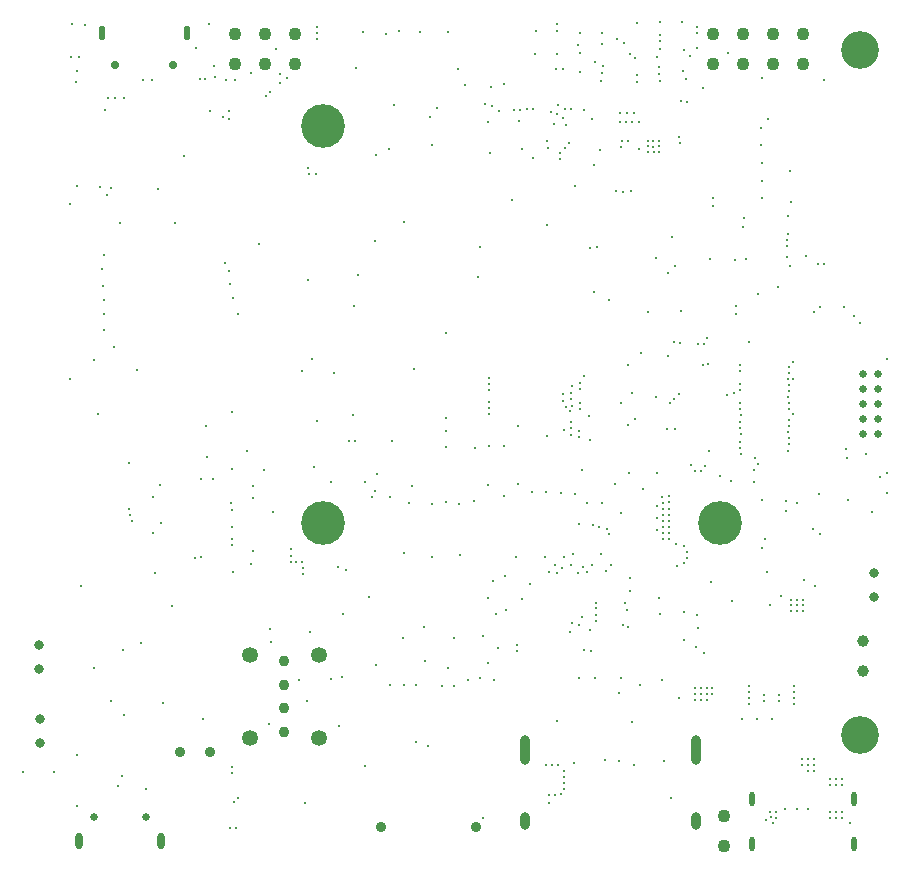
<source format=gbr>
%FSTAX23Y23*%
%MOIN*%
%SFA1B1*%

%IPPOS*%
%ADD253O,0.023622X0.055118*%
%ADD254C,0.025591*%
%ADD255C,0.035433*%
%ADD256C,0.031496*%
%ADD257C,0.053150*%
%ADD258C,0.043307*%
%ADD259O,0.019685X0.047244*%
%ADD260C,0.145669*%
%ADD261C,0.125984*%
%ADD262O,0.019685X0.051181*%
%ADD263C,0.027559*%
%ADD264C,0.043307*%
%ADD265O,0.031496X0.098425*%
%ADD266O,0.031496X0.059055*%
%ADD267C,0.036220*%
%ADD268C,0.039370*%
%ADD269C,0.007874*%
%LNx98_carrier_v1r2_12082022_pth_drill-1*%
%LPD*%
G54D253*
X00224Y00072D03*
X005D03*
G54D254*
X00275Y00154D03*
X0045D03*
X0289Y01528D03*
Y01478D03*
X0284D03*
Y01428D03*
Y01528D03*
Y01578D03*
X0289Y01428D03*
Y01578D03*
X0284Y01628D03*
X0289D03*
G54D255*
X00561Y0037D03*
X00661D03*
X01232Y00118D03*
X01547D03*
G54D256*
X00094Y00479D03*
Y00401D03*
X00093Y00647D03*
Y00725D03*
X02875Y00887D03*
Y00965D03*
G54D257*
X00796Y00417D03*
X01024D03*
Y00692D03*
X00796D03*
G54D258*
X02374Y00157D03*
Y00057D03*
G54D259*
X02468Y00062D03*
X02809Y00062D03*
Y00212D03*
X02468D03*
G54D260*
X01038Y01133D03*
Y02456D03*
X02361Y01133D03*
G54D261*
X02828Y02708D03*
Y00425D03*
G54D262*
X00584Y02765D03*
X00301D03*
G54D263*
X00346Y02661D03*
X00539D03*
G54D264*
X02637Y02764D03*
X02537D03*
X02437D03*
X02337D03*
Y02664D03*
X02437D03*
X02537D03*
X02637D03*
X00944Y02764D03*
X00844D03*
X00744D03*
Y02664D03*
X00844D03*
X00944D03*
G54D265*
X01713Y00375D03*
X02283D03*
G54D266*
X02283Y00139D03*
X01713D03*
G54D267*
X0091Y00437D03*
Y00515D03*
Y00594D03*
Y00673D03*
G54D268*
X02837Y0064D03*
Y0074D03*
G54D269*
X01487Y02645D03*
X01275Y02527D03*
X01737Y02351D03*
X01702Y02378D03*
X01594Y02366D03*
X01362Y02771D03*
X01456Y02769D03*
X01419Y02516D03*
X01249Y02764D03*
X01171Y02768D03*
X01292Y02772D03*
X00392Y01333D03*
X0029Y01496D03*
X00143Y00304D03*
X00219Y00361D03*
Y00188D03*
X00038Y00304D03*
X02596Y02305D03*
X00419Y01644D03*
X00275Y00651D03*
X00535Y00856D03*
X00847Y02555D03*
X00862Y02568D03*
X00894Y026D03*
X00661Y02506D03*
X00724Y02505D03*
X00627Y02613D03*
X00645D03*
X00679Y0262D03*
X00614Y02715D03*
X00674Y02655D03*
X00715Y02609D03*
X00657Y02797D03*
X00194Y01614D03*
X01213Y02074D03*
X00472Y01218D03*
X00494Y01259D03*
X00275Y01677D03*
X02769Y0026D03*
X02729Y0028D03*
X02749D03*
X02674Y00345D03*
X02769Y0028D03*
X02783Y0138D03*
X02894Y01287D03*
X02749Y0026D03*
X0273Y0026D03*
X02674Y00305D03*
Y00325D03*
X00232Y00924D03*
X00194Y02196D03*
X00373Y00711D03*
X00374Y00493D03*
X0045Y00245D03*
X00356Y00257D03*
X00433Y00734D03*
X00504Y00534D03*
X00637Y0048D03*
X00333Y00539D03*
X0037Y00289D03*
X0073Y00117D03*
X0075D03*
X00478Y00967D03*
X01513Y02593D03*
X026Y02203D03*
X0022Y02256D03*
X0109Y00985D03*
X01017Y01473D03*
X01137Y01493D03*
X01116Y00975D03*
X00967Y01638D03*
X01075Y01633D03*
X01998Y00993D03*
X01983Y00974D03*
X01647Y00843D03*
X01571Y00755D03*
X01952Y02054D03*
X01614Y00828D03*
X01927Y02049D03*
X01993Y01096D03*
X01587Y02471D03*
X00307Y02026D03*
X00303Y01978D03*
X00306Y01923D03*
X00308Y01875D03*
X00754Y01831D03*
X00729Y01931D03*
X0074Y01884D03*
X00725Y01973D03*
X01888Y00966D03*
X01904Y00985D03*
X0192Y00968D03*
X01936Y00993D03*
X00343Y0172D03*
X00309Y01777D03*
Y01829D03*
X00216Y02603D03*
X00226Y02686D03*
X00217Y02638D03*
X002Y02687D03*
X01447Y01767D03*
X01562Y02053D03*
X01555Y01952D03*
X00824Y02064D03*
X02284Y00826D03*
X01154Y0196D03*
X01879Y02257D03*
X01106Y0083D03*
X02162Y00831D03*
X02307Y007D03*
X01621Y00715D03*
X02503Y02617D03*
X01963Y02375D03*
X02331Y00936D03*
X01861Y0077D03*
X01892Y00792D03*
X02056Y00785D03*
X02162Y02759D03*
X02241Y0271D03*
X02249Y02614D03*
X02158Y02628D03*
X02086Y02625D03*
X01969Y02633D03*
X02157Y00883D03*
X01201Y0122D03*
X01193Y00887D03*
X01308Y01032D03*
X01214Y0066D03*
X02225Y00551D03*
X02033Y00615D03*
X02459Y0055D03*
Y0057D03*
Y0053D03*
X02095Y00592D03*
X01388Y00389D03*
X02287Y00782D03*
X02459Y01736D03*
X02409Y01565D03*
X02318Y01751D03*
X01785Y02127D03*
Y01423D03*
X02501Y01049D03*
X02582Y01207D03*
X02026Y00565D03*
X02401Y00874D03*
X02306Y02584D03*
X01934Y02478D03*
X02397Y01274D03*
X01903Y0131D03*
X00746Y0261D03*
X00797Y02632D03*
X00724Y0248D03*
X00705Y02485D03*
X00917Y02617D03*
X0181Y02462D03*
X00894Y02629D03*
X01474Y00588D03*
X00786Y01373D03*
X00497Y01133D03*
X0255Y0015D03*
X02516Y00143D03*
X02532Y00152D03*
X02538Y00133D03*
X022Y00215D03*
X0182Y00474D03*
X01572Y00151D03*
X00857Y00462D03*
X02767Y00171D03*
X00735Y01059D03*
X00994Y00769D03*
X02584Y02077D03*
Y02057D03*
X02648Y02024D03*
X02555Y01919D03*
X02694Y01854D03*
X02807Y01822D03*
X02774Y01853D03*
X02693Y0123D03*
X02619Y012D03*
X02566Y00888D03*
X01946Y00616D03*
X0268Y00922D03*
X02642Y00944D03*
X00738Y00968D03*
X00797Y00996D03*
X01103Y00621D03*
X01064Y00613D03*
X00959Y00608D03*
X00864Y00735D03*
X00862Y00779D03*
X01091Y00457D03*
X00985Y00541D03*
X00651Y01353D03*
X00736Y01313D03*
X00842Y01308D03*
X00804Y01257D03*
Y01217D03*
X00733Y01198D03*
X00873Y01169D03*
X00633Y01021D03*
X00395Y01159D03*
X00401Y01139D03*
X00392Y01179D03*
X00805Y0104D03*
X00612Y01017D03*
X00631Y01279D03*
X00671D03*
X00735Y01177D03*
Y01118D03*
Y01079D03*
X00472Y01098D03*
X02794Y00134D03*
X02175Y0034D03*
X02076Y00326D03*
X02026Y00341D03*
X01978Y00342D03*
X02489Y01896D03*
X02327Y02014D03*
X01435Y0059D03*
X00544Y02133D03*
X00361Y02134D03*
X01848Y02458D03*
X01587Y00666D03*
X01607Y0061D03*
X02596Y0199D03*
X01456Y00651D03*
X0138Y00673D03*
X01785Y02407D03*
X02729Y0017D03*
X02749D03*
X02729Y0015D03*
X02749D03*
X02769D03*
X02579Y0018D03*
X02547Y00171D03*
X02529Y0017D03*
X02634Y00325D03*
X02654Y00305D03*
Y00325D03*
Y00345D03*
X02634D03*
X0135Y00592D03*
X01308D03*
X00883Y02713D03*
X00576Y02356D03*
X01475Y0075D03*
X01813Y00993D03*
X01792Y0097D03*
X01948Y00807D03*
X02242Y00742D03*
X0195Y00848D03*
X01841Y01021D03*
X0195Y00867D03*
X01865Y00993D03*
X0195Y00827D03*
X0182Y00966D03*
X01835Y00982D03*
X02241Y00836D03*
X02559Y0054D03*
Y0056D03*
X02509Y0054D03*
Y0056D03*
X02609Y0053D03*
Y0055D03*
Y0057D03*
Y0059D03*
X02459D03*
X02434Y00478D03*
X02535D03*
X02485D03*
X00988Y01942D03*
X01562Y00616D03*
X01523Y0061D03*
X01263Y00592D03*
X01821Y02525D03*
X00488Y02246D03*
X01003Y01678D03*
X023Y01306D03*
X0243Y01659D03*
X02304Y01661D03*
X02324Y01374D03*
X02188Y01689D03*
X02209Y01735D03*
X02099Y017D03*
X01876Y00332D03*
X01841Y00305D03*
X01403Y02394D03*
X00469Y02611D03*
X00439D03*
X01867Y00801D03*
X02058Y01301D03*
X01626Y02507D03*
X01601Y02523D03*
X01578Y0253D03*
X01394Y02486D03*
X02323Y01662D03*
X02032Y01534D03*
X02067Y01567D03*
X02055Y0166D03*
X02229Y01732D03*
X01865Y01451D03*
Y01471D03*
X01862Y01505D03*
X01926Y01488D03*
X02149Y01553D03*
X02312Y01324D03*
X02363Y01288D03*
X02153Y01299D03*
X02104Y01245D03*
X0204Y02237D03*
X02016Y02238D03*
X02065D03*
X01146Y01406D03*
X01126D03*
X02588Y02096D03*
X0065Y01455D03*
X00712Y01999D03*
X01403Y01018D03*
X02687Y01995D03*
X02707D03*
X01669Y0221D03*
X02709Y02609D03*
X02336Y00564D03*
Y00583D03*
X02277D03*
X02317Y00543D03*
Y00563D03*
X02297Y00543D03*
X02067Y00468D03*
X01403Y01197D03*
X00931Y01004D03*
X02502Y02332D03*
X02588Y02155D03*
X02501Y02216D03*
Y02274D03*
X025Y02451D03*
Y02392D03*
X01973Y02656D03*
X01966Y02606D03*
X01944Y02671D03*
X02085Y02604D03*
X01641Y01224D03*
X02277Y00543D03*
X01496Y01025D03*
X01965Y0103D03*
X01873Y01028D03*
X02587Y01374D03*
Y01436D03*
X02606Y01495D03*
X02587Y01553D03*
Y01613D03*
X02606Y01614D03*
Y01669D03*
X02487Y01329D03*
X01993Y01876D03*
X01543Y01206D03*
X01588Y01261D03*
X01927Y0141D03*
X02593Y01573D03*
Y01593D03*
X00736Y01503D03*
X02032Y01165D03*
X01967Y01198D03*
X0192Y01198D03*
X01493Y01195D03*
X01779Y0102D03*
X02167Y00611D03*
X00244Y02794D03*
X01324Y012D03*
X01893Y01131D03*
X0196Y01118D03*
X01937Y01126D03*
X0243Y01533D03*
X01604Y0094D03*
X0243Y01595D03*
X0135Y00403D03*
X0243Y01513D03*
X01304Y0075D03*
X0243Y01404D03*
X01212Y01239D03*
X01177Y01269D03*
X01645Y00957D03*
X01589Y00882D03*
X0173Y00929D03*
X01986Y01114D03*
X0243Y01639D03*
Y01575D03*
X02012Y01263D03*
X0243Y01384D03*
Y0145D03*
Y01469D03*
X02069Y02468D03*
X01845Y02383D03*
X02513Y01078D03*
X00756Y00215D03*
X01683Y01019D03*
X00201Y02795D03*
X00376Y0255D03*
X01689Y01263D03*
X02215Y01063D03*
X02789Y01209D03*
X02519Y00971D03*
X02218Y00991D03*
X02867Y0117D03*
X02694Y01095D03*
X02251Y01037D03*
X02241Y01056D03*
X02252Y01016D03*
X02241Y00998D03*
X02062Y0095D03*
X02527Y00858D03*
X0188Y01229D03*
X01735Y01237D03*
X01641Y01388D03*
X01593Y01515D03*
Y01577D03*
X01593Y01389D03*
X01593Y01596D03*
Y01495D03*
Y01535D03*
Y01615D03*
X01447Y01204D03*
X01262Y01221D03*
X01864Y02513D03*
X0186Y02399D03*
X01907Y02508D03*
X01839Y02483D03*
X01844Y02513D03*
X01818Y02495D03*
X01798Y02504D03*
X01737Y02513D03*
X01718Y02513D03*
X0182Y02773D03*
X02034Y02406D03*
X01642Y02595D03*
X02048Y02468D03*
X01942Y02327D03*
X01829Y02367D03*
X0197Y02729D03*
X01969Y02766D03*
X01896Y02635D03*
X01894Y02765D03*
X02055Y02406D03*
X02158Y02406D03*
X02523Y02481D03*
X01828Y02347D03*
X02043Y02733D03*
X01675Y02509D03*
X01598Y02587D03*
X0182Y02695D03*
X01696Y02508D03*
X01747Y02774D03*
X01745Y02697D03*
X02503Y01209D03*
X02121Y02388D03*
X0223Y02401D03*
X02224Y02421D03*
X01376Y00786D03*
X0182Y02796D03*
X02122Y01835D03*
X01909Y01622D03*
X01891Y01419D03*
Y01439D03*
X02477Y0135D03*
X02431Y01493D03*
X00346Y0255D03*
X00321D03*
X00311Y0251D03*
X02074Y025D03*
X0203D03*
X02029Y02468D03*
X02052Y025D03*
X02141Y02368D03*
X02122Y02369D03*
X02159Y02368D03*
X02086Y02801D03*
X01791Y002D03*
X01831Y0023D03*
X01811Y00225D03*
X01791D03*
X01841Y00245D03*
Y00265D03*
Y00285D03*
X01821Y00325D03*
X01801D03*
X01781D03*
X02599Y0084D03*
X02619D03*
X0264D03*
X02599Y00859D03*
X02619D03*
X0264D03*
Y00877D03*
X02619D03*
X02599D03*
X02252Y02536D03*
X02078Y02684D03*
X00977Y00198D03*
X01177Y00324D03*
X01686Y00705D03*
Y00725D03*
X02447Y02012D03*
X02411Y0201D03*
X0234Y02188D03*
X02093Y02471D03*
X01891Y00617D03*
X01909Y00708D03*
X00734Y0032D03*
Y00301D03*
X00743Y00203D03*
X02201Y02085D03*
X02212Y0199D03*
X02033Y02386D03*
X01703Y00881D03*
X02388Y02699D03*
X02785Y01349D03*
X01789Y02383D03*
X02277Y00563D03*
X02297D03*
X02317Y00583D03*
X02297D03*
X0262Y00179D03*
X02656D03*
X01901Y0082D03*
X02172Y01098D03*
Y01078D03*
Y01139D03*
Y01119D03*
X02171Y0118D03*
Y0116D03*
X0217Y0122D03*
X02171Y01201D03*
X0244Y02121D03*
X01894Y01534D03*
Y01514D03*
X02593Y01415D03*
X02582Y01173D03*
X0122Y01295D03*
X01838Y02645D03*
X0224Y02641D03*
X02282Y00718D03*
X02037Y00793D03*
X01342Y01645D03*
X01269Y01406D03*
X0131Y02136D03*
X01142Y01855D03*
X01257Y02378D03*
X0099Y02316D03*
X00992Y02296D03*
X01016D03*
X01336Y01257D03*
X02586Y0202D03*
X0215Y02016D03*
X02672Y01114D03*
X02158Y02388D03*
X0214Y02406D03*
Y02387D03*
X02121Y02406D03*
X02163Y02714D03*
X02474Y01309D03*
X02919Y01233D03*
X02284Y02766D03*
X02286Y02717D03*
X02235Y02802D03*
X02153Y02686D03*
X02018Y02747D03*
X02338Y02216D03*
X02188Y01967D03*
X02828Y01801D03*
X02675Y01835D03*
X02415Y01855D03*
X02232Y01838D03*
X02415Y01829D03*
X02093Y0238D03*
X0189Y02725D03*
X01815Y02647D03*
X01691Y02472D03*
X01942Y01902D03*
X02431Y01429D03*
Y01364D03*
X02224Y01562D03*
X02209Y01546D03*
X02194Y01532D03*
X02211Y01447D03*
X02185Y01446D03*
X02077Y0148D03*
X02056Y01461D03*
X02918Y013D03*
X02474Y01268D03*
X02266Y01325D03*
X02192Y01222D03*
X02193Y01119D03*
Y01139D03*
Y01098D03*
X02192Y0118D03*
Y0116D03*
X02193Y01078D03*
X02192Y01202D03*
X02153Y01191D03*
X02153Y0115D03*
X02151Y01108D03*
X01833Y01234D03*
X01783Y01235D03*
X01688Y01455D03*
X01545Y01383D03*
X01933Y00707D03*
X0102Y02745D03*
Y02765D03*
Y02785D03*
X01147Y02649D03*
X01215Y02359D03*
X0145Y01482D03*
Y01438D03*
Y01387D03*
X00295Y02252D03*
X00331Y02248D03*
X0032Y02226D03*
X00933Y01045D03*
X00932Y01024D03*
X00948Y01004D03*
X00972Y00984D03*
X00967Y01004D03*
X00972Y00964D03*
X02062Y00906D03*
X02044Y00865D03*
X01928Y00777D03*
X02051Y00843D03*
X02287Y0173D03*
X02848Y01363D03*
X01894Y01598D03*
Y01578D03*
X01865Y01566D03*
Y01546D03*
X02918Y0168D03*
X0231Y0173D03*
X02233Y02539D03*
X02441Y0215D03*
X02163Y02802D03*
X02161Y02738D03*
X01894Y02699D03*
X02285Y02787D03*
X02061Y02696D03*
X0216Y02654D03*
X02161Y02606D03*
X02261Y02689D03*
X02385Y0156D03*
X02277Y01306D03*
X02593Y01652D03*
Y01632D03*
Y01533D03*
Y01513D03*
Y01475D03*
Y01455D03*
Y01395D03*
X01865Y01426D03*
X01841Y01443D03*
X01848Y01521D03*
X01869Y01523D03*
X01839Y01539D03*
X0184Y01563D03*
X01868Y0159D03*
X01066Y0127D03*
X01007Y0132D03*
M02*
</source>
